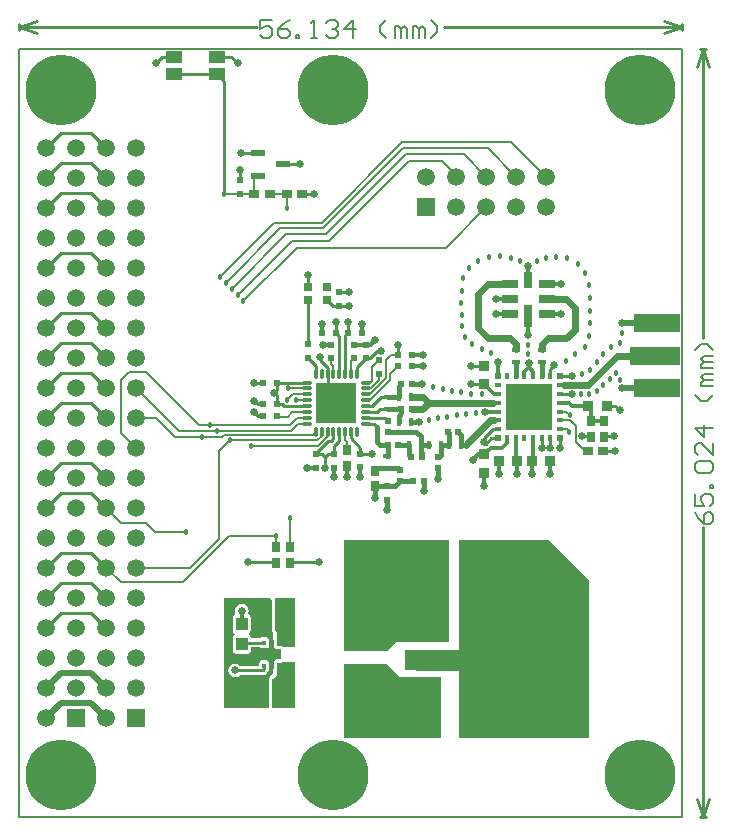
<source format=gtl>
G04 Layer_Physical_Order=1*
G04 Layer_Color=255*
%FSLAX44Y44*%
%MOMM*%
G71*
G01*
G75*
%ADD10R,0.4000X0.5500*%
%ADD11R,0.5500X0.4000*%
%ADD12R,0.5500X0.5000*%
%ADD13R,3.8750X3.8750*%
%ADD14R,0.8500X0.8500*%
%ADD15R,0.8500X0.8500*%
%ADD16R,0.7000X0.9000*%
%ADD17R,0.3000X0.4500*%
%ADD18R,1.6000X0.8900*%
%ADD19R,1.0000X1.1000*%
%ADD20R,1.5500X1.3000*%
%ADD21R,8.8900X10.6680*%
%ADD22R,2.2860X1.7780*%
%ADD23R,1.3000X1.5500*%
%ADD24R,0.9000X0.7000*%
%ADD25R,4.2500X1.5000*%
%ADD26R,3.9500X1.5000*%
%ADD27R,0.6500X1.8300*%
%ADD28R,1.3300X0.6500*%
%ADD29R,0.6500X1.3300*%
%ADD30R,0.7000X0.4500*%
%ADD31R,0.5500X0.5500*%
%ADD32R,1.4000X1.0500*%
%ADD33R,1.3000X0.6000*%
G04:AMPARAMS|DCode=34|XSize=0.6mm|YSize=0.75mm|CornerRadius=0.075mm|HoleSize=0mm|Usage=FLASHONLY|Rotation=0.000|XOffset=0mm|YOffset=0mm|HoleType=Round|Shape=RoundedRectangle|*
%AMROUNDEDRECTD34*
21,1,0.6000,0.6000,0,0,0.0*
21,1,0.4500,0.7500,0,0,0.0*
1,1,0.1500,0.2250,-0.3000*
1,1,0.1500,-0.2250,-0.3000*
1,1,0.1500,-0.2250,0.3000*
1,1,0.1500,0.2250,0.3000*
%
%ADD34ROUNDEDRECTD34*%
%ADD35R,0.5500X0.5500*%
%ADD36R,0.6200X0.6200*%
%ADD37R,0.6200X0.6200*%
%ADD38R,0.4500X0.7000*%
%ADD39O,0.8500X0.2800*%
%ADD40O,0.2800X0.8500*%
%ADD41R,3.4500X3.4500*%
%ADD42C,0.2540*%
%ADD43C,0.6000*%
%ADD44C,0.5200*%
%ADD45C,0.1778*%
%ADD46C,0.4500*%
%ADD47C,0.3043*%
%ADD48C,0.3800*%
%ADD49C,0.5080*%
%ADD50C,0.4000*%
%ADD51C,0.3048*%
%ADD52C,1.7780*%
%ADD53C,0.1524*%
%ADD54C,6.0000*%
%ADD55R,1.5000X1.5000*%
%ADD56C,1.5000*%
%ADD57R,1.5000X1.5000*%
%ADD58C,0.6350*%
%ADD59C,0.4570*%
%ADD60C,0.4572*%
%ADD61C,0.7620*%
%ADD62C,0.5500*%
%ADD63C,0.3810*%
%ADD64C,0.4500*%
G36*
X761250Y605000D02*
X795000Y571250D01*
Y437500D01*
X685000D01*
Y605000D01*
X761250Y605000D01*
D02*
G37*
G36*
X525390Y555750D02*
X526660Y554480D01*
X526660Y528755D01*
X526710Y528505D01*
X526710Y528250D01*
X526757Y528014D01*
X526854Y527779D01*
X526857Y527764D01*
X526866Y527752D01*
X527035Y527343D01*
X527038Y527329D01*
X527046Y527316D01*
X527143Y527081D01*
X527277Y526881D01*
X527457Y526701D01*
X527599Y526488D01*
X527910Y526177D01*
Y520701D01*
X527960Y520451D01*
Y520196D01*
X528000Y519995D01*
Y518271D01*
X528050Y518021D01*
Y517766D01*
X528054Y517745D01*
Y515290D01*
X528251Y514299D01*
X528812Y513459D01*
X529653Y512897D01*
X530250Y512778D01*
X530250Y503722D01*
X529653Y503603D01*
X528812Y503041D01*
X528251Y502201D01*
X528054Y501210D01*
Y498755D01*
X528050Y498734D01*
Y498479D01*
X528000Y498229D01*
Y496505D01*
X527960Y496304D01*
Y496049D01*
X527910Y495799D01*
Y492073D01*
X525349Y489511D01*
X525207Y489300D01*
X525027Y489119D01*
X524894Y488919D01*
X524893Y488919D01*
X524796Y488684D01*
X524788Y488671D01*
X524785Y488657D01*
X524616Y488248D01*
X524607Y488236D01*
X524604Y488222D01*
X524507Y487986D01*
Y487986D01*
X524507Y487986D01*
X524460Y487750D01*
Y487495D01*
X524410Y487245D01*
X524410Y463770D01*
X523140Y462500D01*
X485750Y462500D01*
Y555750D01*
X525390Y555750D01*
D02*
G37*
G36*
X546250Y502000D02*
Y462500D01*
X528270Y462500D01*
X527000Y462500D01*
X527000Y487245D01*
X527047Y487481D01*
X527180Y487680D01*
X530500Y491000D01*
Y495799D01*
X530590Y496250D01*
Y498229D01*
X530644Y498500D01*
Y501210D01*
X534500D01*
X535491Y501407D01*
X536331Y501969D01*
X536352Y502000D01*
X546250Y502000D01*
D02*
G37*
G36*
X546250Y514750D02*
X536004Y514750D01*
X535491Y515093D01*
X534500Y515290D01*
X530644D01*
Y518000D01*
X530590Y518271D01*
Y520250D01*
X530500Y520701D01*
Y526177D01*
X530500Y526177D01*
Y527250D01*
X530399Y527351D01*
Y527351D01*
X530394Y527356D01*
X529742Y528008D01*
X529742Y528008D01*
X529430Y528320D01*
X529297Y528519D01*
X529250Y528755D01*
X529250Y555750D01*
X546250Y555750D01*
Y514750D01*
D02*
G37*
G36*
X635000Y488750D02*
X670000D01*
Y437500D01*
X587500D01*
Y500000D01*
X623750D01*
X635000Y488750D01*
D02*
G37*
G36*
X676250Y518750D02*
X631250D01*
X623750Y511250D01*
X587500D01*
Y605000D01*
X676250D01*
Y518750D01*
D02*
G37*
%LPC*%
G36*
X501000Y551077D02*
X498770Y550633D01*
X496880Y549370D01*
X495617Y547480D01*
X495173Y545250D01*
X495583Y543191D01*
X495542Y542868D01*
X495009Y541783D01*
X494169Y541221D01*
X493607Y540381D01*
X493410Y539390D01*
Y528390D01*
X493607Y527399D01*
X494169Y526559D01*
X494916Y526059D01*
X494990Y525390D01*
X494916Y524721D01*
X494169Y524221D01*
X493607Y523381D01*
X493410Y522390D01*
Y511390D01*
X493607Y510399D01*
X494169Y509559D01*
X495009Y508997D01*
X496000Y508800D01*
X506000D01*
X506991Y508997D01*
X507831Y509559D01*
X508393Y510399D01*
X508590Y511390D01*
Y514115D01*
X516537D01*
X516669Y513919D01*
X517509Y513357D01*
X518500Y513160D01*
X521500D01*
X522491Y513357D01*
X523331Y513919D01*
X523893Y514759D01*
X524090Y515750D01*
Y520250D01*
X523893Y521241D01*
X523331Y522081D01*
X522491Y522643D01*
X521500Y522840D01*
X518500D01*
X517509Y522643D01*
X516669Y522081D01*
X516537Y521885D01*
X508590D01*
Y522390D01*
X508393Y523381D01*
X507831Y524221D01*
X507084Y524721D01*
X507010Y525390D01*
X507084Y526059D01*
X507831Y526559D01*
X508393Y527399D01*
X508590Y528390D01*
Y539390D01*
X508393Y540381D01*
X507831Y541221D01*
X506991Y541783D01*
X506458Y542868D01*
X506418Y543191D01*
X506827Y545250D01*
X506383Y547480D01*
X505120Y549370D01*
X503230Y550633D01*
X501000Y551077D01*
D02*
G37*
G36*
X521500Y503340D02*
X518500D01*
X517509Y503143D01*
X516669Y502581D01*
X516107Y501741D01*
X515910Y500750D01*
Y498385D01*
X499778D01*
X499620Y498620D01*
X497730Y499883D01*
X495500Y500327D01*
X493270Y499883D01*
X491380Y498620D01*
X490117Y496730D01*
X489673Y494500D01*
X490117Y492270D01*
X491380Y490380D01*
X493270Y489117D01*
X495500Y488673D01*
X497730Y489117D01*
X499620Y490380D01*
X499778Y490615D01*
X519000D01*
X520487Y490911D01*
X521747Y491753D01*
X522747Y492753D01*
X523589Y494013D01*
X523813Y495140D01*
X523893Y495259D01*
X524090Y496250D01*
Y500750D01*
X523893Y501741D01*
X523331Y502581D01*
X522491Y503143D01*
X521500Y503340D01*
D02*
G37*
%LPD*%
D10*
X725870Y691250D02*
D03*
X733120D02*
D03*
X740370D02*
D03*
X747630D02*
D03*
X754880D02*
D03*
X762130D02*
D03*
X725870Y743750D02*
D03*
X733120D02*
D03*
X740370D02*
D03*
X747630D02*
D03*
X754880D02*
D03*
X762130D02*
D03*
D11*
X717750Y698750D02*
D03*
Y706250D02*
D03*
Y713750D02*
D03*
Y721250D02*
D03*
Y728750D02*
D03*
Y736250D02*
D03*
X770250D02*
D03*
Y728750D02*
D03*
Y721250D02*
D03*
Y713750D02*
D03*
Y706250D02*
D03*
Y698750D02*
D03*
D12*
Y691000D02*
D03*
X717750D02*
D03*
Y744000D02*
D03*
X770250D02*
D03*
D13*
X744000Y717500D02*
D03*
D14*
X706500Y677500D02*
D03*
Y662000D02*
D03*
X706000Y752500D02*
D03*
Y737000D02*
D03*
D15*
X718750Y672000D02*
D03*
X734250D02*
D03*
X762250D02*
D03*
X746750D02*
D03*
X534750Y533890D02*
D03*
X519250D02*
D03*
X534750Y481890D02*
D03*
X519250D02*
D03*
X794500Y718500D02*
D03*
X810000D02*
D03*
D16*
X530000Y585750D02*
D03*
Y598750D02*
D03*
X542250Y585750D02*
D03*
Y598750D02*
D03*
X797000Y705500D02*
D03*
Y692500D02*
D03*
X808000Y692500D02*
D03*
Y705500D02*
D03*
X590500Y681000D02*
D03*
Y668000D02*
D03*
X613750Y650750D02*
D03*
Y663750D02*
D03*
D17*
X533000Y518000D02*
D03*
X526500D02*
D03*
X520000D02*
D03*
X533000Y498500D02*
D03*
X526500D02*
D03*
X520000D02*
D03*
D18*
X526500Y508250D02*
D03*
D19*
X501000Y516890D02*
D03*
Y533890D02*
D03*
D20*
X666250Y577500D02*
D03*
X700250D02*
D03*
D21*
X737500Y503750D02*
D03*
D22*
X650250Y478350D02*
D03*
Y503750D02*
D03*
Y529150D02*
D03*
D23*
X614750Y521500D02*
D03*
Y487500D02*
D03*
D24*
X807250Y680000D02*
D03*
X794250D02*
D03*
X539000Y898000D02*
D03*
X552000D02*
D03*
X511750D02*
D03*
X524750D02*
D03*
D25*
X851250Y761000D02*
D03*
D26*
X852750Y733300D02*
D03*
Y788700D02*
D03*
D27*
X743750Y794250D02*
D03*
D28*
X728400Y796250D02*
D03*
Y808950D02*
D03*
Y821650D02*
D03*
X759100D02*
D03*
Y808950D02*
D03*
Y796250D02*
D03*
D29*
X743750Y824950D02*
D03*
D30*
X733000Y755500D02*
D03*
Y765500D02*
D03*
X755000Y765500D02*
D03*
Y755500D02*
D03*
X624500Y715800D02*
D03*
Y725700D02*
D03*
X624250Y665800D02*
D03*
Y675700D02*
D03*
D31*
X499750Y897908D02*
D03*
Y909592D02*
D03*
X583250Y814592D02*
D03*
Y802908D02*
D03*
X557000Y771092D02*
D03*
Y759408D02*
D03*
X606250Y758658D02*
D03*
Y770342D02*
D03*
X595750Y770342D02*
D03*
Y758658D02*
D03*
X576750Y770342D02*
D03*
Y758658D02*
D03*
X617500Y745908D02*
D03*
Y757592D02*
D03*
X563750Y666316D02*
D03*
Y678000D02*
D03*
X579500Y666316D02*
D03*
Y678000D02*
D03*
X601500Y666408D02*
D03*
Y678092D02*
D03*
X624000Y650842D02*
D03*
Y639158D02*
D03*
D32*
X444000Y999500D02*
D03*
Y1014000D02*
D03*
X480000D02*
D03*
Y999500D02*
D03*
D33*
X536000Y923000D02*
D03*
X515000Y913500D02*
D03*
Y932500D02*
D03*
D34*
X556750Y808250D02*
D03*
X573250D02*
D03*
Y819550D02*
D03*
X556750D02*
D03*
D35*
X602592Y780500D02*
D03*
X590908D02*
D03*
X581092D02*
D03*
X569408D02*
D03*
X633658Y761500D02*
D03*
X645342D02*
D03*
X633658Y752500D02*
D03*
X645342D02*
D03*
X530592Y720000D02*
D03*
X518908D02*
D03*
X530592Y710000D02*
D03*
X518908D02*
D03*
X530592Y738250D02*
D03*
X518908D02*
D03*
D36*
X645250Y737000D02*
D03*
X636250D02*
D03*
X646000Y655000D02*
D03*
X655000D02*
D03*
X684500Y696250D02*
D03*
X675500D02*
D03*
X653500Y675000D02*
D03*
X644500D02*
D03*
X633500Y685500D02*
D03*
X624500D02*
D03*
X645250Y715500D02*
D03*
X636250D02*
D03*
D37*
X635000Y664000D02*
D03*
Y655000D02*
D03*
X667500Y675000D02*
D03*
Y666000D02*
D03*
X624500Y705750D02*
D03*
Y696750D02*
D03*
D38*
X676500Y685500D02*
D03*
X686500D02*
D03*
X659500D02*
D03*
X669500D02*
D03*
X642500Y685500D02*
D03*
X652500D02*
D03*
X634250Y704750D02*
D03*
X644250D02*
D03*
X634250Y726250D02*
D03*
X644250D02*
D03*
D39*
X556500Y738250D02*
D03*
Y733250D02*
D03*
Y728250D02*
D03*
Y723250D02*
D03*
Y718250D02*
D03*
Y713250D02*
D03*
Y708250D02*
D03*
Y703250D02*
D03*
X606000D02*
D03*
Y708250D02*
D03*
Y713250D02*
D03*
Y718250D02*
D03*
Y723250D02*
D03*
Y728250D02*
D03*
Y733250D02*
D03*
Y738250D02*
D03*
D40*
X563750Y696000D02*
D03*
X568750D02*
D03*
X573750D02*
D03*
X578750D02*
D03*
X583750D02*
D03*
X588750D02*
D03*
X593750D02*
D03*
X598750D02*
D03*
Y745500D02*
D03*
X593750D02*
D03*
X588750D02*
D03*
X583750D02*
D03*
X578750D02*
D03*
X573750D02*
D03*
X568750D02*
D03*
X563750D02*
D03*
D41*
X581250Y720750D02*
D03*
D42*
X480000Y999750D02*
X486250Y993500D01*
X444000Y999750D02*
X480000D01*
X707750Y686250D02*
X712500Y691000D01*
X571250Y730750D02*
X573750Y733250D01*
X480000Y1014250D02*
X492000D01*
X433750D02*
X445750D01*
X542500Y586000D02*
X566500D01*
X542250Y585750D02*
X542500Y586000D01*
X506750Y586250D02*
X529500D01*
X530000Y585750D01*
X373380Y594360D02*
X386080Y581660D01*
X373380Y645160D02*
X386080Y632460D01*
X347980Y594360D02*
X373380D01*
X335280Y581660D02*
X347980Y594360D01*
Y645160D02*
X373380D01*
X335280Y632460D02*
X347980Y645160D01*
X615750Y765000D02*
X619250D01*
X609408Y758658D02*
X615750Y765000D01*
X606250Y758658D02*
X609408D01*
X633658Y761500D02*
Y770158D01*
X567500Y757250D02*
Y759500D01*
Y757250D02*
X573750Y751000D01*
X601500Y678092D02*
X611408D01*
X574000Y688500D02*
X576750D01*
X563750Y678250D02*
X574000Y688500D01*
X576750D02*
X578750Y690500D01*
X563750Y678000D02*
Y678250D01*
X695500Y752500D02*
X706000D01*
X853450Y788750D02*
X853500Y788700D01*
X511750Y738250D02*
X518908D01*
X530592Y720000D02*
Y727658D01*
X528500Y729750D02*
X530592Y727658D01*
X528500Y729750D02*
X530592Y731842D01*
Y738250D01*
X706000Y737000D02*
X714250Y728750D01*
X717750D01*
X601500Y678092D02*
Y683250D01*
X579500Y684750D02*
X583750Y689000D01*
X579500Y678000D02*
Y684750D01*
X579342Y677842D02*
X579500Y678000D01*
X573934Y677842D02*
X579342D01*
X571500Y675408D02*
X573934Y677842D01*
X571500Y665908D02*
Y675408D01*
X568908Y678000D02*
X571500Y675408D01*
X563750Y678000D02*
X568908D01*
X598750Y751158D02*
X606250Y758658D01*
X598750Y745500D02*
Y751158D01*
X581092Y780500D02*
X583750Y777842D01*
Y745500D02*
Y777842D01*
X588750Y778342D02*
X590908Y780500D01*
X588750Y745500D02*
Y778342D01*
X590908Y780500D02*
Y789158D01*
X581092Y780500D02*
Y789158D01*
X556750Y819550D02*
Y829750D01*
X583250Y814592D02*
X591658D01*
X583250Y802908D02*
X591658D01*
X573250Y808250D02*
X578592Y802908D01*
X583250D01*
X556750Y808250D02*
X557000Y808000D01*
Y771092D02*
Y808000D01*
Y759408D02*
X563750Y752658D01*
Y745500D02*
Y752658D01*
X428250Y1008750D02*
X433750Y1014250D01*
X492000D02*
X497500Y1008750D01*
X486250Y897750D02*
Y993500D01*
X535500Y720000D02*
X537250Y718250D01*
X530592Y720000D02*
X535500D01*
X335280Y530860D02*
X347980Y543560D01*
X373380D01*
X386080Y530860D01*
X335280Y556260D02*
X347980Y568960D01*
X373380D01*
X386080Y556260D01*
X335280Y657860D02*
X347980Y670560D01*
X373380D01*
X386080Y657860D01*
X335280Y708660D02*
X347980Y721360D01*
X373380D01*
X386080Y708660D01*
X335280Y734060D02*
X347980Y746760D01*
X373380D01*
X386080Y734060D01*
X335280Y759460D02*
X347980Y772160D01*
X373380D01*
X386080Y759460D01*
X335280Y784860D02*
X347980Y797560D01*
X373380D01*
X386080Y784860D01*
X335280Y835660D02*
X347980Y848360D01*
X373380D01*
X386080Y835660D01*
X335280Y886460D02*
X347980Y899160D01*
X373380D01*
X386080Y886460D01*
X335280Y911860D02*
X347980Y924560D01*
X373380D01*
X386080Y911860D01*
X373380Y949960D02*
X386080Y937260D01*
X347980Y949960D02*
X373380D01*
X335280Y937260D02*
X347980Y949960D01*
X606000Y703250D02*
X612750D01*
X754880Y682880D02*
Y691250D01*
X762130Y682880D02*
Y691250D01*
X770250Y682630D02*
Y691000D01*
X713750Y698750D02*
X717750D01*
X712500Y691000D02*
X717750D01*
X694750Y737000D02*
X706000D01*
X762130Y743750D02*
Y749630D01*
X765500Y753000D01*
X770250Y744000D02*
X780500D01*
X770250Y728750D02*
X780500D01*
X810000Y718500D02*
X817500D01*
X821000Y715000D01*
X796750Y692750D02*
X797000Y692500D01*
X789250Y692750D02*
X796750D01*
X808000Y692500D02*
X808250Y692750D01*
X816000D01*
X807250Y680000D02*
X817000D01*
X500500Y932500D02*
X515000D01*
X536000Y923000D02*
X550500D01*
X499750Y909592D02*
Y918000D01*
X552000Y898000D02*
X562250D01*
X520000Y495500D02*
Y498500D01*
X519000Y494500D02*
X520000Y495500D01*
X495500Y494500D02*
X519000D01*
X505110Y518000D02*
X520000D01*
X501000Y516890D02*
X502110Y518000D01*
X606000Y708250D02*
X611000Y708250D01*
X622000D01*
X624500Y705750D01*
X606000Y713250D02*
X615250D01*
X617800Y715800D01*
X624500D01*
X611500Y718250D02*
X618950Y725700D01*
X624500D01*
X706000Y691000D02*
X713750Y698750D01*
X706250Y687750D02*
X707750Y686250D01*
X706250Y687750D02*
Y688250D01*
X706000Y691000D02*
X706250Y690750D01*
Y688250D02*
Y690750D01*
X593750Y691000D02*
Y696000D01*
X530592Y738250D02*
X556500D01*
X537250Y718250D02*
X556500D01*
X578750Y690500D02*
Y696000D01*
X573750Y745500D02*
Y751000D01*
X612750Y703250D02*
X615250Y700750D01*
X593750Y691000D02*
X601500Y683250D01*
X583750Y689000D02*
Y696000D01*
X573750Y733250D02*
Y745500D01*
X606000Y718250D02*
X611500D01*
X312420Y1038987D02*
X514120D01*
X672060D02*
X873760D01*
X312420D02*
X327660Y1044067D01*
X312420Y1038987D02*
X327660Y1033907D01*
X858520Y1044067D02*
X873760Y1038987D01*
X858520Y1033907D02*
X873760Y1038987D01*
X312420Y1036447D02*
Y1041527D01*
X873760Y1036447D02*
Y1041527D01*
X891286Y370840D02*
Y615721D01*
Y776199D02*
Y1021080D01*
X886206Y386080D02*
X891286Y370840D01*
X896366Y386080D01*
X886206Y1005840D02*
X891286Y1021080D01*
X896366Y1005840D01*
X888746Y370840D02*
X893826D01*
X888746Y1021080D02*
X893826D01*
D43*
X759100Y809000D02*
X775500D01*
X709700Y821700D02*
X728400D01*
X783000Y783000D02*
Y801500D01*
X776000Y776000D02*
X783000Y783000D01*
X760000Y776000D02*
X776000D01*
X775500Y809000D02*
X783000Y801500D01*
X709750Y776000D02*
X728000D01*
X701000Y784750D02*
X709750Y776000D01*
X701000Y784750D02*
Y813000D01*
X709700Y821700D01*
X755000Y768250D02*
Y771000D01*
X760000Y776000D01*
X728000D02*
X733000Y771000D01*
Y767500D02*
Y771000D01*
X659250Y721250D02*
X714000Y721250D01*
X653500Y715500D02*
X659250Y721250D01*
X645250Y715500D02*
X653500D01*
X654250Y726250D02*
X659250Y721250D01*
X646750Y726250D02*
X654250D01*
X773750Y736250D02*
X794000D01*
X711287Y706250D02*
X714250D01*
X690537Y685500D02*
X711287Y706250D01*
X794000Y736250D02*
X818750Y761000D01*
X851250D01*
X851750D01*
D44*
X822750Y788750D02*
X853450D01*
X822750Y733350D02*
X853450D01*
D45*
X419750Y619500D02*
X427750Y611500D01*
X453750D01*
X530000Y598750D02*
X530000Y598750D01*
X530000Y598750D02*
Y608250D01*
X386080Y581660D02*
X398490Y569250D01*
X451250D01*
X490250Y608250D01*
X530000D01*
X399040Y619500D02*
X419750D01*
X386080Y632460D02*
X399040Y619500D01*
X542250Y598750D02*
Y623750D01*
X481750Y606000D02*
Y680250D01*
X457410Y581660D02*
X481750Y606000D01*
X411480Y581660D02*
X457410D01*
X481750Y680250D02*
X490750Y689250D01*
X670952Y926250D02*
X682850Y914352D01*
X642750Y926250D02*
X670952D01*
X574750Y858250D02*
X642750Y926250D01*
X689000Y931500D02*
X708250Y912250D01*
X640250Y931500D02*
X689000D01*
X572500Y863750D02*
X640250Y931500D01*
X709150Y936750D02*
X733650Y912250D01*
X638000Y936750D02*
X709150D01*
X570000Y868750D02*
X638000Y936750D01*
X729300Y942000D02*
X759050Y912250D01*
X637000Y942000D02*
X729300D01*
X568750Y873750D02*
X637000Y942000D01*
X538750Y863750D02*
X572500D01*
X533750Y868750D02*
X570000D01*
X528750Y873750D02*
X568750D01*
X682850Y912250D02*
Y914352D01*
X543250Y858250D02*
X574750D01*
X497500Y812500D02*
X543250Y858250D01*
X490750Y689250D02*
X565190D01*
X673900Y852500D02*
X708250Y886850D01*
X547500Y852500D02*
X673900D01*
X502500Y807500D02*
X547500Y852500D01*
X508750Y684772D02*
X508772Y684750D01*
X508750Y684772D02*
X508762Y684784D01*
X508772Y684750D02*
X565383D01*
X482500Y827500D02*
X528750Y873750D01*
X611500Y751592D02*
X617500Y757592D01*
X611500Y739750D02*
Y751592D01*
X617500Y740311D02*
Y745908D01*
X492500Y817500D02*
X538750Y863750D01*
X480500Y697500D02*
X542750D01*
X411480Y734060D02*
X448040Y697500D01*
X480500D01*
X487500Y822500D02*
X533750Y868750D01*
X556500Y708250D02*
X556500Y708250D01*
X474250Y702500D02*
X542000D01*
X420250Y747500D02*
X465250Y702500D01*
X474250D01*
X399000Y740500D02*
X406000Y747500D01*
X420250D01*
X399000Y695740D02*
X411480Y683260D01*
X399000Y695740D02*
Y740500D01*
X484000Y692000D02*
X485750Y693750D01*
X467750Y692000D02*
X484000D01*
X411480Y708660D02*
X428090D01*
X444750Y692000D02*
X467750D01*
X428090Y708660D02*
X444750Y692000D01*
X539000Y886250D02*
Y898000D01*
X565383Y684750D02*
X573750Y693117D01*
X539750Y723250D02*
X544750Y728250D01*
X547250Y723250D02*
X547250Y723250D01*
X565190Y689250D02*
X568750Y692811D01*
X540250Y709500D02*
X544000Y713250D01*
X588750Y689750D02*
X590500Y688000D01*
Y681000D02*
Y688000D01*
X626750Y745592D02*
X633658Y752500D01*
X626750Y740500D02*
Y745592D01*
X627250Y761500D02*
X633658D01*
X623500Y757750D02*
X627250Y761500D01*
X623500Y742000D02*
Y757750D01*
X593750Y756658D02*
X595750Y758658D01*
X593750Y745500D02*
Y756658D01*
X578750Y745500D02*
Y752250D01*
X576750Y754250D02*
X578750Y752250D01*
X576750Y754250D02*
Y758658D01*
X444000Y999750D02*
X444250Y1000000D01*
X511750Y910250D02*
X515000Y913500D01*
X511750Y898000D02*
Y910250D01*
X511658Y897908D02*
X511750Y898000D01*
X499750Y897908D02*
X511658D01*
X499592Y897750D02*
X499750Y897908D01*
X486250Y897750D02*
X499592D01*
X524750Y898000D02*
X539000D01*
X531092Y709500D02*
X540250D01*
X530592Y710000D02*
X531092Y709500D01*
X770250Y713750D02*
X776000D01*
X778750Y711000D01*
X770250Y706250D02*
X778750D01*
X783916Y687584D02*
X791500Y680000D01*
X794250D01*
X778750Y706250D02*
X783916Y701084D01*
X770250Y698750D02*
X776250D01*
X783916Y687584D02*
Y701084D01*
X776250Y698750D02*
X778500Y696500D01*
X606000Y738250D02*
X610000D01*
X611500Y739750D01*
X606000Y733250D02*
X610439D01*
X617500Y740311D01*
X606000Y728250D02*
X609750D01*
X623500Y742000D01*
X606000Y723250D02*
X609500D01*
X626750Y740500D01*
X485750Y693750D02*
X561500D01*
X542000Y702500D02*
X547750Y708250D01*
X542750Y697500D02*
X548500Y703250D01*
X547250Y723250D02*
X556500D01*
X544750Y728250D02*
X556500D01*
X561500Y693750D02*
X563750Y696000D01*
X588750Y689750D02*
Y696000D01*
X547750Y708250D02*
X556500D01*
X544000Y713250D02*
X556500D01*
X540500Y733250D02*
X556500D01*
X573750Y693117D02*
Y696000D01*
X568750Y692811D02*
Y696000D01*
X548500Y703250D02*
X556500D01*
X312420Y370840D02*
X873760D01*
X312420D02*
Y1021080D01*
X873760D01*
Y370840D02*
Y1021080D01*
D46*
X613750Y640750D02*
Y650750D01*
X644250Y704750D02*
X651000D01*
X667500Y656250D02*
Y666000D01*
X655000Y646342D02*
Y655000D01*
X624000Y630500D02*
Y639158D01*
X635000Y655000D02*
X646000D01*
X630842Y650842D02*
X635000Y655000D01*
X624000Y650842D02*
X630842D01*
X623908Y650750D02*
X624000Y650842D01*
X613750Y650750D02*
X623908D01*
X624500Y725700D02*
X633700D01*
X634250Y726250D01*
Y735000D01*
X636250Y737000D01*
X624500Y715800D02*
X635950D01*
X636250Y715500D01*
Y712250D02*
Y715500D01*
X634250Y710250D02*
X636250Y712250D01*
X634250Y704750D02*
Y710250D01*
X624500Y696750D02*
X648500D01*
X652500Y692750D01*
Y685500D02*
Y692750D01*
X617750Y685500D02*
X624500D01*
Y675950D02*
Y685500D01*
X624250Y675700D02*
X624500Y675950D01*
X615800Y665800D02*
X624250D01*
X613750Y663750D02*
X615800Y665800D01*
X624250D02*
X633200D01*
X635000Y664000D01*
X633500Y685500D02*
X642500D01*
Y677000D02*
Y685500D01*
Y677000D02*
X644500Y675000D01*
X653500D02*
Y678500D01*
X652500Y679500D02*
X653500Y678500D01*
X652500Y679500D02*
Y685500D01*
X652500Y685500D02*
X652500Y685500D01*
X652500Y685500D02*
X659500D01*
X667500Y675000D02*
X669500Y677000D01*
Y685500D01*
X676500D01*
Y695250D01*
X675500Y696250D02*
X676500Y695250D01*
X615250Y688000D02*
X617750Y685500D01*
X645500Y737250D02*
X654000D01*
X644250Y726250D02*
X646750D01*
X686500Y685500D02*
X690537D01*
X733000Y765500D02*
Y767500D01*
X686500Y685500D02*
Y694250D01*
X684500Y696250D02*
X686500Y694250D01*
X615250Y688000D02*
Y700750D01*
D47*
X717750Y744000D02*
Y755250D01*
X601500Y658724D02*
Y666408D01*
X590500Y658500D02*
Y668000D01*
X579500Y658632D02*
Y666316D01*
X556066D02*
X563750D01*
X716500Y796250D02*
X728400D01*
X716500Y808950D02*
X728400D01*
X743750Y824950D02*
Y836850D01*
X759100Y821650D02*
X771000D01*
X759100Y796250D02*
X771000D01*
X744000Y751250D02*
Y754500D01*
Y751250D02*
X747630Y747620D01*
Y743750D02*
Y747620D01*
X740370Y747620D02*
X744000Y751250D01*
X740370Y743750D02*
Y747620D01*
X743750Y778250D02*
Y794250D01*
X645342Y752500D02*
X654750D01*
X645342Y761500D02*
X654750D01*
X610092Y770342D02*
X614000Y774250D01*
X606250Y770342D02*
X610092D01*
X569500Y770342D02*
X576750D01*
X606250D02*
X606250Y770342D01*
X595750Y770342D02*
X606250D01*
X602592Y780500D02*
Y788158D01*
X569408Y780500D02*
Y788158D01*
X514750Y710000D02*
X518908D01*
X511750Y713000D02*
X514750Y710000D01*
X511750Y723000D02*
X514750Y720000D01*
X518908D01*
X733000Y755500D02*
X733120Y755380D01*
X754880D02*
X755000Y755500D01*
X645250Y737000D02*
X645500Y737250D01*
D48*
X707250Y713750D02*
X717750D01*
X714250Y706250D02*
X717750D01*
X770250Y736250D02*
X773750D01*
X714000Y721250D02*
X717750Y721250D01*
D49*
X373380Y492760D02*
X386080Y480060D01*
X347980Y492760D02*
X373380D01*
X335280Y480060D02*
X347980Y492760D01*
X373380Y467360D02*
X386080Y454660D01*
X347980Y467360D02*
X373380D01*
X335280Y454660D02*
X347980Y467360D01*
D50*
X733120Y743750D02*
Y755380D01*
X754880Y743750D02*
Y755380D01*
X755000Y765500D02*
Y768250D01*
D51*
X733120Y673130D02*
Y691250D01*
Y673130D02*
X734250Y672000D01*
X747630Y672880D02*
Y691250D01*
X746750Y672000D02*
X747630Y672880D01*
X762250Y661000D02*
Y672000D01*
X718750Y661000D02*
Y672000D01*
X721500Y682750D02*
X725870Y687120D01*
Y691250D01*
X706500Y651000D02*
Y662000D01*
X701250Y677500D02*
X706500D01*
X696500Y672750D02*
X701250Y677500D01*
X734250Y661000D02*
Y672000D01*
X746750Y661000D02*
Y672000D01*
X770250Y721250D02*
X778250D01*
X781000Y718500D01*
X794500D01*
X797000Y705500D02*
Y716000D01*
X794500Y718500D02*
X797000Y716000D01*
Y705500D02*
X808000D01*
X808000Y705500D01*
X526500Y498500D02*
Y508250D01*
Y518000D01*
X501000Y533890D02*
Y545250D01*
X706500Y677500D02*
X711750Y682750D01*
X721500D01*
D52*
X650250Y503750D02*
X737500D01*
D53*
X526817Y1045080D02*
X516660D01*
Y1037463D01*
X521739Y1040002D01*
X524278D01*
X526817Y1037463D01*
Y1032385D01*
X524278Y1029846D01*
X519199D01*
X516660Y1032385D01*
X542052Y1045080D02*
X536974Y1042541D01*
X531895Y1037463D01*
Y1032385D01*
X534435Y1029846D01*
X539513D01*
X542052Y1032385D01*
Y1034924D01*
X539513Y1037463D01*
X531895D01*
X547130Y1029846D02*
Y1032385D01*
X549670D01*
Y1029846D01*
X547130D01*
X559826D02*
X564905D01*
X562365D01*
Y1045080D01*
X559826Y1042541D01*
X572522D02*
X575061Y1045080D01*
X580140D01*
X582679Y1042541D01*
Y1040002D01*
X580140Y1037463D01*
X577601D01*
X580140D01*
X582679Y1034924D01*
Y1032385D01*
X580140Y1029846D01*
X575061D01*
X572522Y1032385D01*
X595375Y1029846D02*
Y1045080D01*
X587757Y1037463D01*
X597914D01*
X623306Y1029846D02*
X618227Y1034924D01*
Y1040002D01*
X623306Y1045080D01*
X630923Y1029846D02*
Y1040002D01*
X633462D01*
X636002Y1037463D01*
Y1029846D01*
Y1037463D01*
X638541Y1040002D01*
X641080Y1037463D01*
Y1029846D01*
X646158D02*
Y1040002D01*
X648698D01*
X651237Y1037463D01*
Y1029846D01*
Y1037463D01*
X653776Y1040002D01*
X656315Y1037463D01*
Y1029846D01*
X661393D02*
X666472Y1034924D01*
Y1040002D01*
X661393Y1045080D01*
X885192Y628417D02*
X887732Y623339D01*
X892810Y618261D01*
X897888D01*
X900427Y620800D01*
Y625878D01*
X897888Y628417D01*
X895349D01*
X892810Y625878D01*
Y618261D01*
X885192Y643652D02*
Y633496D01*
X892810D01*
X890271Y638574D01*
Y641113D01*
X892810Y643652D01*
X897888D01*
X900427Y641113D01*
Y636035D01*
X897888Y633496D01*
X900427Y648731D02*
X897888D01*
Y651270D01*
X900427D01*
Y648731D01*
X887732Y661427D02*
X885192Y663966D01*
Y669044D01*
X887732Y671583D01*
X897888D01*
X900427Y669044D01*
Y663966D01*
X897888Y661427D01*
X887732D01*
X900427Y686818D02*
Y676662D01*
X890271Y686818D01*
X887732D01*
X885192Y684279D01*
Y679201D01*
X887732Y676662D01*
X900427Y699514D02*
X885192D01*
X892810Y691897D01*
Y702054D01*
X900427Y727445D02*
X895349Y722367D01*
X890271D01*
X885192Y727445D01*
X900427Y735063D02*
X890271D01*
Y737602D01*
X892810Y740141D01*
X900427D01*
X892810D01*
X890271Y742680D01*
X892810Y745220D01*
X900427D01*
Y750298D02*
X890271D01*
Y752837D01*
X892810Y755376D01*
X900427D01*
X892810D01*
X890271Y757915D01*
X892810Y760455D01*
X900427D01*
Y765533D02*
X895349Y770611D01*
X890271D01*
X885192Y765533D01*
D54*
X347980Y406020D02*
D03*
Y985980D02*
D03*
X577980D02*
D03*
Y406020D02*
D03*
X837979Y985980D02*
D03*
Y406020D02*
D03*
D55*
X657450Y886850D02*
D03*
D56*
Y912250D02*
D03*
X682850Y886850D02*
D03*
Y912250D02*
D03*
X708250Y886850D02*
D03*
Y912250D02*
D03*
X733650Y886850D02*
D03*
Y912250D02*
D03*
X759050Y886850D02*
D03*
Y912250D02*
D03*
X386080Y937260D02*
D03*
X411480D02*
D03*
X386080Y911860D02*
D03*
X411480D02*
D03*
X386080Y886460D02*
D03*
X411480D02*
D03*
X386080Y861060D02*
D03*
X411480D02*
D03*
X386080Y835660D02*
D03*
X411480D02*
D03*
X386080Y810260D02*
D03*
X411480D02*
D03*
X386080Y784860D02*
D03*
X411480D02*
D03*
X386080Y759460D02*
D03*
X411480D02*
D03*
X386080Y734060D02*
D03*
X411480D02*
D03*
X386080Y708660D02*
D03*
X411480D02*
D03*
X386080Y683260D02*
D03*
X411480D02*
D03*
X386080Y657860D02*
D03*
X411480D02*
D03*
X386080Y632460D02*
D03*
X411480D02*
D03*
X386080Y607060D02*
D03*
X411480D02*
D03*
X386080Y581660D02*
D03*
X411480D02*
D03*
X386080Y556260D02*
D03*
X411480D02*
D03*
X386080Y530860D02*
D03*
X411480D02*
D03*
X386080Y505460D02*
D03*
X411480D02*
D03*
X386080Y480060D02*
D03*
X411480D02*
D03*
X386080Y454660D02*
D03*
X335280Y937260D02*
D03*
X360680D02*
D03*
X335280Y911860D02*
D03*
X360680D02*
D03*
X335280Y886460D02*
D03*
X360680D02*
D03*
X335280Y861060D02*
D03*
X360680D02*
D03*
X335280Y835660D02*
D03*
X360680D02*
D03*
X335280Y810260D02*
D03*
X360680D02*
D03*
X335280Y784860D02*
D03*
X360680D02*
D03*
X335280Y759460D02*
D03*
X360680D02*
D03*
X335280Y734060D02*
D03*
X360680D02*
D03*
X335280Y708660D02*
D03*
X360680D02*
D03*
X335280Y683260D02*
D03*
X360680D02*
D03*
X335280Y657860D02*
D03*
X360680D02*
D03*
X335280Y632460D02*
D03*
X360680D02*
D03*
X335280Y607060D02*
D03*
X360680D02*
D03*
X335280Y581660D02*
D03*
X360680D02*
D03*
X335280Y556260D02*
D03*
X360680D02*
D03*
X335280Y530860D02*
D03*
X360680D02*
D03*
X335280Y505460D02*
D03*
X360680D02*
D03*
X335280Y480060D02*
D03*
X360680D02*
D03*
X335280Y454660D02*
D03*
D57*
X411480D02*
D03*
X360680D02*
D03*
D58*
X566500Y586000D02*
D03*
X506750Y586250D02*
D03*
X619250Y765000D02*
D03*
X633658Y770158D02*
D03*
X567500Y759500D02*
D03*
X613750Y640750D02*
D03*
X611408Y678092D02*
D03*
X695500Y752500D02*
D03*
X822750Y788750D02*
D03*
X511750Y738250D02*
D03*
X528500Y729750D02*
D03*
X717750Y755250D02*
D03*
X707250Y713750D02*
D03*
X651000Y704750D02*
D03*
X667500Y656250D02*
D03*
X655000Y646342D02*
D03*
X624000Y630500D02*
D03*
X590500Y658500D02*
D03*
X601500Y658724D02*
D03*
X579500Y658632D02*
D03*
X556066Y666316D02*
D03*
X571500Y665908D02*
D03*
X716500Y796250D02*
D03*
Y808950D02*
D03*
X743750Y836850D02*
D03*
X771000Y821650D02*
D03*
Y796250D02*
D03*
X744000Y754500D02*
D03*
X743750Y778250D02*
D03*
X654750Y752500D02*
D03*
Y761500D02*
D03*
X614000Y774250D02*
D03*
X569500Y770342D02*
D03*
X590908Y789158D02*
D03*
X581092D02*
D03*
X602592Y788158D02*
D03*
X569408D02*
D03*
X556750Y829750D02*
D03*
X591658Y814592D02*
D03*
Y802908D02*
D03*
X511750Y713000D02*
D03*
Y723000D02*
D03*
X497500Y1008750D02*
D03*
X428250D02*
D03*
X754880Y682880D02*
D03*
X762130D02*
D03*
X770250Y682630D02*
D03*
X762250Y661000D02*
D03*
X718750D02*
D03*
X706500Y651000D02*
D03*
X694750Y737000D02*
D03*
X654000Y737250D02*
D03*
X696500Y672750D02*
D03*
X734250Y661000D02*
D03*
X746750D02*
D03*
X765500Y753000D02*
D03*
X780500Y744000D02*
D03*
Y728750D02*
D03*
X821000Y715000D02*
D03*
X789250Y692750D02*
D03*
X816000D02*
D03*
X817000Y680000D02*
D03*
X500500Y932500D02*
D03*
X550500Y923000D02*
D03*
X499750Y918000D02*
D03*
X562250Y898000D02*
D03*
X495500Y494500D02*
D03*
X501000Y545250D02*
D03*
X596000Y494750D02*
D03*
Y486000D02*
D03*
Y477250D02*
D03*
X691000Y598000D02*
D03*
X699750D02*
D03*
X708500D02*
D03*
X717250D02*
D03*
X726000D02*
D03*
X595750Y518250D02*
D03*
Y527000D02*
D03*
Y535750D02*
D03*
X669750Y597500D02*
D03*
X661000D02*
D03*
X652250D02*
D03*
X622750Y545250D02*
D03*
X614000D02*
D03*
X605250D02*
D03*
X643750Y585750D02*
D03*
Y577000D02*
D03*
Y568250D02*
D03*
X726000Y571750D02*
D03*
Y580500D02*
D03*
Y589250D02*
D03*
X623750Y464750D02*
D03*
X615000D02*
D03*
X606250D02*
D03*
X706250Y688250D02*
D03*
X822750Y733350D02*
D03*
D59*
X453750Y611500D02*
D03*
X530000Y608250D02*
D03*
X542250Y623750D02*
D03*
X497500Y812500D02*
D03*
X490750Y689250D02*
D03*
D60*
X502500Y807500D02*
D03*
X508750Y684772D02*
D03*
X704596Y728472D02*
D03*
X695452Y728726D02*
D03*
X482500Y827500D02*
D03*
X492500Y817500D02*
D03*
X480500Y697500D02*
D03*
X487500Y822500D02*
D03*
X474250Y702500D02*
D03*
X467750Y692000D02*
D03*
X539000Y886250D02*
D03*
X710500Y844750D02*
D03*
X720000Y845000D02*
D03*
X729250Y844000D02*
D03*
X539750Y723250D02*
D03*
X547250D02*
D03*
X712000Y763000D02*
D03*
X704250Y766750D02*
D03*
X696250Y771000D02*
D03*
X690000Y777250D02*
D03*
X687500Y786250D02*
D03*
X687250Y795750D02*
D03*
X687000Y805750D02*
D03*
X687250Y816000D02*
D03*
X688500Y826750D02*
D03*
X693500Y835000D02*
D03*
X701000Y841250D02*
D03*
X736500Y841000D02*
D03*
X788000Y728250D02*
D03*
X794750Y728750D02*
D03*
X789000Y745500D02*
D03*
X699000Y712750D02*
D03*
X691250Y711750D02*
D03*
X683000Y710500D02*
D03*
X675000Y709500D02*
D03*
X667000Y708250D02*
D03*
X659250Y706250D02*
D03*
X686562Y729996D02*
D03*
X678942Y731266D02*
D03*
X671068Y733044D02*
D03*
X663194Y734822D02*
D03*
X751250Y841500D02*
D03*
X758750Y844000D02*
D03*
X767250Y844500D02*
D03*
X776500Y844000D02*
D03*
X785500Y839000D02*
D03*
X791750Y831250D02*
D03*
X795000Y820500D02*
D03*
X795750Y809750D02*
D03*
Y799250D02*
D03*
Y788500D02*
D03*
X795250Y777750D02*
D03*
X791500Y768750D02*
D03*
X783000Y762750D02*
D03*
X775250Y756250D02*
D03*
X822706Y780018D02*
D03*
X820928Y771890D02*
D03*
X813500Y768750D02*
D03*
X807000Y762250D02*
D03*
X801500Y755500D02*
D03*
X796000Y749250D02*
D03*
X821436Y740672D02*
D03*
X807000Y736000D02*
D03*
X801500Y730750D02*
D03*
X540500Y733250D02*
D03*
X743750Y770000D02*
D03*
Y762750D02*
D03*
X486250Y897750D02*
D03*
X778750Y711000D02*
D03*
X778500Y696500D02*
D03*
X817626Y746768D02*
D03*
X812750Y741500D02*
D03*
D61*
X508000Y470500D02*
D03*
X507750Y481750D02*
D03*
X532000Y469250D02*
D03*
X540000D02*
D03*
X542000Y546250D02*
D03*
X533750D02*
D03*
X522500Y545750D02*
D03*
X519250Y470000D02*
D03*
X513250Y545750D02*
D03*
D62*
X744000Y717500D02*
D03*
Y705500D02*
D03*
Y729500D02*
D03*
X756000D02*
D03*
Y717500D02*
D03*
Y705500D02*
D03*
X732000D02*
D03*
Y717500D02*
D03*
Y729500D02*
D03*
D63*
X521420Y508250D02*
D03*
X531580D02*
D03*
D64*
X581250Y720750D02*
D03*
Y730750D02*
D03*
X591250D02*
D03*
Y720750D02*
D03*
Y710750D02*
D03*
X581250D02*
D03*
X571250D02*
D03*
Y720750D02*
D03*
Y730750D02*
D03*
M02*

</source>
